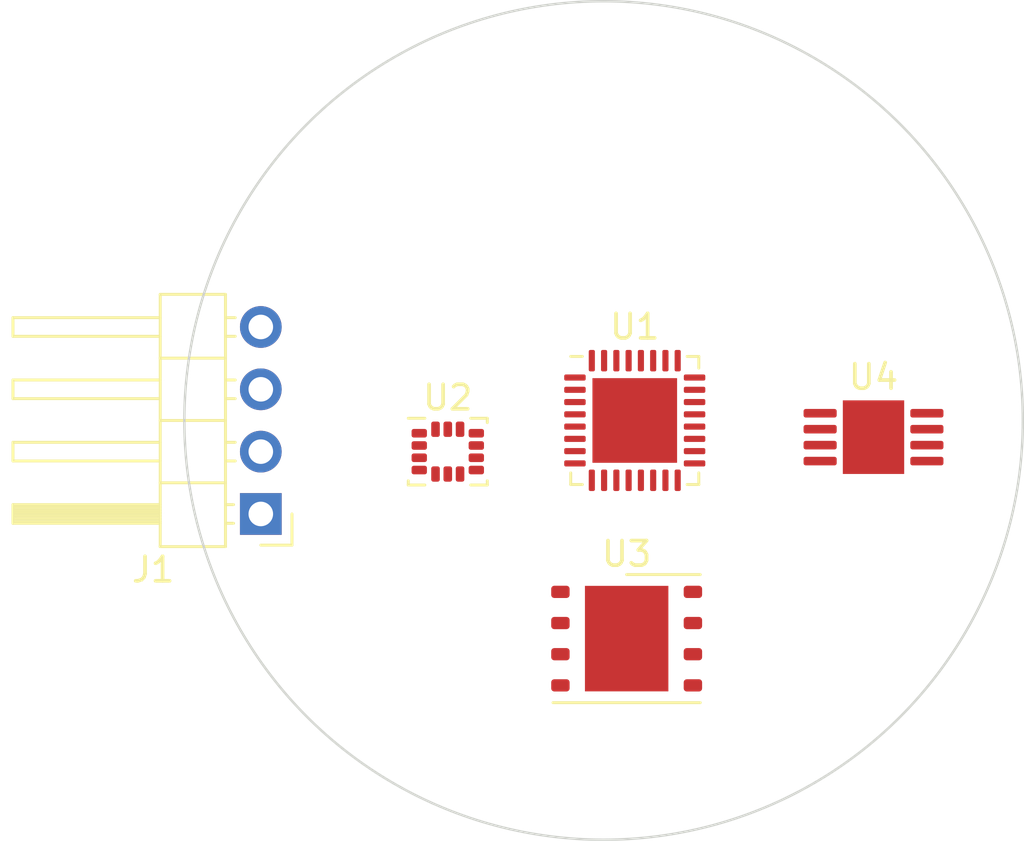
<source format=kicad_pcb>
(kicad_pcb (version 20221018) (generator pcbnew)
  (layers (0 "F.Cu" signal) (31 "B.Cu" signal) (34 "B.Paste" user) (35 "F.Paste" user) (36 "B.SilkS" user "B.Silkscreen") (37 "F.SilkS" user "F.Silkscreen") (38 "B.Mask" user) (39 "F.Mask" user) (44 "Edge.Cuts" user))
  (net 0 "")
  (net 9 "Net-(U2-GND-Pad6)")
  (net 42 "Net-(U1-VSS-Pad16)")
  (footprint "Package_SON:WSON-8-1EP_6x5mm_P1.27mm_EP3.4x4.3mm" (layer "F.Cu") (at 158.4198 102.87)
    (fp_text reference "U3" (at 0 -3.45) (layer "F.SilkS"))
    (fp_text value "W25Q128JVPIQ")
    (fp_line (start -3 2.61) (end 3 2.61) (stroke (width 0.12)) (layer "F.SilkS"))
    (fp_line (start 0 -2.61) (end 3 -2.61) (stroke (width 0.12)) (layer "F.SilkS"))
    (pad "1" smd roundrect (at -2.7 -1.905) (size 0.75 0.5) (layers "F.Cu" "F.Paste" "F.Mask"))
    (pad "2" smd roundrect (at -2.7 -0.635) (size 0.75 0.5) (layers "F.Cu" "F.Paste" "F.Mask"))
    (pad "3" smd roundrect (at -2.7 0.635) (size 0.75 0.5) (layers "F.Cu" "F.Paste" "F.Mask"))
    (pad "4" smd roundrect (at -2.7 1.905) (size 0.75 0.5) (layers "F.Cu" "F.Paste" "F.Mask"))
    (pad "5" smd roundrect (at 2.7 1.905) (size 0.75 0.5) (layers "F.Cu" "F.Paste" "F.Mask"))
    (pad "6" smd roundrect (at 2.7 0.635) (size 0.75 0.5) (layers "F.Cu" "F.Paste" "F.Mask"))
    (pad "7" smd roundrect (at 2.7 -0.635) (size 0.75 0.5) (layers "F.Cu" "F.Paste" "F.Mask"))
    (pad "8" smd roundrect (at 2.7 -1.905) (size 0.75 0.5) (layers "F.Cu" "F.Paste" "F.Mask"))
    (pad "9" smd rect (at 0 0) (size 3.4 4.3) (layers "F.Cu" "F.Mask"))
  )
  (footprint "Package_SO:MSOP-8-1EP_3x3mm_P0.65mm_EP2.5x3mm_Mask1.73x2.36mm" (layer "F.Cu") (at 168.48 94.66)
    (fp_text reference "U4" (at 0 -2.45) (layer "F.SilkS"))
    (fp_text value "TP4056")
    (pad "1" smd roundrect (at -2.175 -0.975) (size 1.35 0.35) (layers "F.Cu" "F.Paste" "F.Mask"))
    (pad "2" smd roundrect (at -2.175 -0.325) (size 1.35 0.35) (layers "F.Cu" "F.Paste" "F.Mask"))
    (pad "3" smd roundrect (at -2.175 0.325) (size 1.35 0.35) (layers "F.Cu" "F.Paste" "F.Mask"))
    (pad "4" smd roundrect (at -2.175 0.975) (size 1.35 0.35) (layers "F.Cu" "F.Paste" "F.Mask"))
    (pad "5" smd roundrect (at 2.175 0.975) (size 1.35 0.35) (layers "F.Cu" "F.Paste" "F.Mask"))
    (pad "6" smd roundrect (at 2.175 0.325) (size 1.35 0.35) (layers "F.Cu" "F.Paste" "F.Mask"))
    (pad "7" smd roundrect (at 2.175 -0.325) (size 1.35 0.35) (layers "F.Cu" "F.Paste" "F.Mask"))
    (pad "8" smd roundrect (at 2.175 -0.975) (size 1.35 0.35) (layers "F.Cu" "F.Paste" "F.Mask"))
    (pad "9" smd rect (at 0 0) (size 2.5 3) (layers "F.Cu"))
  )
  (footprint "Package_LGA:LGA-14_3x2.5mm_P0.5mm_LayoutBorder3x4y" (layer "F.Cu") (at 151.13 95.25)
    (fp_text reference "U2" (at 0 -2.2) (layer "F.SilkS"))
    (fp_text value "LSM6DS3")
    (fp_line (start -1.61 1.36) (end -1.61 1.185) (stroke (width 0.12)) (layer "F.SilkS"))
    (fp_line (start -0.935 -1.36) (end -1.61 -1.36) (stroke (width 0.12)) (layer "F.SilkS"))
    (fp_line (start -0.935 1.36) (end -1.61 1.36) (stroke (width 0.12)) (layer "F.SilkS"))
    (fp_line (start 0.935 -1.36) (end 1.61 -1.36) (stroke (width 0.12)) (layer "F.SilkS"))
    (fp_line (start 0.935 1.36) (end 1.61 1.36) (stroke (width 0.12)) (layer "F.SilkS"))
    (fp_line (start 1.61 -1.36) (end 1.61 -1.185) (stroke (width 0.12)) (layer "F.SilkS"))
    (fp_line (start 1.61 1.36) (end 1.61 1.185) (stroke (width 0.12)) (layer "F.SilkS"))
    (pad "1" smd roundrect (at -1.1625 -0.75) (size 0.625 0.35) (layers "F.Cu" "F.Paste" "F.Mask"))
    (pad "2" smd roundrect (at -1.1625 -0.25) (size 0.625 0.35) (layers "F.Cu" "F.Paste" "F.Mask"))
    (pad "3" smd roundrect (at -1.1625 0.25) (size 0.625 0.35) (layers "F.Cu" "F.Paste" "F.Mask"))
    (pad "4" smd roundrect (at -1.1625 0.75) (size 0.625 0.35) (layers "F.Cu" "F.Paste" "F.Mask"))
    (pad "5" smd roundrect (at -0.5 0.9125) (size 0.35 0.625) (layers "F.Cu" "F.Paste" "F.Mask"))
    (pad "6" smd roundrect (at 0 0.9125) (size 0.35 0.625) (layers "F.Cu" "F.Paste" "F.Mask") (net 9 "Net-(U2-GND-Pad6)"))
    (pad "7" smd roundrect (at 0.5 0.9125) (size 0.35 0.625) (layers "F.Cu" "F.Paste" "F.Mask") (net 9 "Net-(U2-GND-Pad6)"))
    (pad "8" smd roundrect (at 1.1625 0.75) (size 0.625 0.35) (layers "F.Cu" "F.Paste" "F.Mask"))
    (pad "9" smd roundrect (at 1.1625 0.25) (size 0.625 0.35) (layers "F.Cu" "F.Paste" "F.Mask"))
    (pad "10" smd roundrect (at 1.1625 -0.25) (size 0.625 0.35) (layers "F.Cu" "F.Paste" "F.Mask"))
    (pad "11" smd roundrect (at 1.1625 -0.75) (size 0.625 0.35) (layers "F.Cu" "F.Paste" "F.Mask"))
    (pad "12" smd roundrect (at 0.5 -0.9125) (size 0.35 0.625) (layers "F.Cu" "F.Paste" "F.Mask"))
    (pad "13" smd roundrect (at 0 -0.9125) (size 0.35 0.625) (layers "F.Cu" "F.Paste" "F.Mask"))
    (pad "14" smd roundrect (at -0.5 -0.9125) (size 0.35 0.625) (layers "F.Cu" "F.Paste" "F.Mask"))
  )
  (footprint "Connector_PinHeader_2.54mm:PinHeader_1x04_P2.54mm_Horizontal" (layer "F.Cu") (at 143.51 97.79 180)
    (fp_text reference "J1" (at 4.385 -2.27 180) (layer "F.SilkS"))
    (fp_text value "Conn_01x04_Pin")
    (fp_line (start -1.27 -1.27) (end 0 -1.27) (stroke (width 0.12)) (layer "F.SilkS"))
    (fp_line (start -1.27 0) (end -1.27 -1.27) (stroke (width 0.12)) (layer "F.SilkS"))
    (fp_line (start 1.042929 2.16) (end 1.44 2.16) (stroke (width 0.12)) (layer "F.SilkS"))
    (fp_line (start 1.042929 2.92) (end 1.44 2.92) (stroke (width 0.12)) (layer "F.SilkS"))
    (fp_line (start 1.042929 4.7) (end 1.44 4.7) (stroke (width 0.12)) (layer "F.SilkS"))
    (fp_line (start 1.042929 5.46) (end 1.44 5.46) (stroke (width 0.12)) (layer "F.SilkS"))
    (fp_line (start 1.042929 7.24) (end 1.44 7.24) (stroke (width 0.12)) (layer "F.SilkS"))
    (fp_line (start 1.042929 8) (end 1.44 8) (stroke (width 0.12)) (layer "F.SilkS"))
    (fp_line (start 1.11 -0.38) (end 1.44 -0.38) (stroke (width 0.12)) (layer "F.SilkS"))
    (fp_line (start 1.11 0.38) (end 1.44 0.38) (stroke (width 0.12)) (layer "F.SilkS"))
    (fp_line (start 1.44 -1.33) (end 1.44 8.95) (stroke (width 0.12)) (layer "F.SilkS"))
    (fp_line (start 1.44 1.27) (end 4.1 1.27) (stroke (width 0.12)) (layer "F.SilkS"))
    (fp_line (start 1.44 3.81) (end 4.1 3.81) (stroke (width 0.12)) (layer "F.SilkS"))
    (fp_line (start 1.44 6.35) (end 4.1 6.35) (stroke (width 0.12)) (layer "F.SilkS"))
    (fp_line (start 1.44 8.95) (end 4.1 8.95) (stroke (width 0.12)) (layer "F.SilkS"))
    (fp_line (start 4.1 -1.33) (end 1.44 -1.33) (stroke (width 0.12)) (layer "F.SilkS"))
    (fp_line (start 4.1 -0.38) (end 10.1 -0.38) (stroke (width 0.12)) (layer "F.SilkS"))
    (fp_line (start 4.1 -0.32) (end 10.1 -0.32) (stroke (width 0.12)) (layer "F.SilkS"))
    (fp_line (start 4.1 -0.2) (end 10.1 -0.2) (stroke (width 0.12)) (layer "F.SilkS"))
    (fp_line (start 4.1 -0.08) (end 10.1 -0.08) (stroke (width 0.12)) (layer "F.SilkS"))
    (fp_line (start 4.1 0.04) (end 10.1 0.04) (stroke (width 0.12)) (layer "F.SilkS"))
    (fp_line (start 4.1 0.16) (end 10.1 0.16) (stroke (width 0.12)) (layer "F.SilkS"))
    (fp_line (start 4.1 0.28) (end 10.1 0.28) (stroke (width 0.12)) (layer "F.SilkS"))
    (fp_line (start 4.1 2.16) (end 10.1 2.16) (stroke (width 0.12)) (layer "F.SilkS"))
    (fp_line (start 4.1 4.7) (end 10.1 4.7) (stroke (width 0.12)) (layer "F.SilkS"))
    (fp_line (start 4.1 7.24) (end 10.1 7.24) (stroke (width 0.12)) (layer "F.SilkS"))
    (fp_line (start 4.1 8.95) (end 4.1 -1.33) (stroke (width 0.12)) (layer "F.SilkS"))
    (fp_line (start 10.1 -0.38) (end 10.1 0.38) (stroke (width 0.12)) (layer "F.SilkS"))
    (fp_line (start 10.1 0.38) (end 4.1 0.38) (stroke (width 0.12)) (layer "F.SilkS"))
    (fp_line (start 10.1 2.16) (end 10.1 2.92) (stroke (width 0.12)) (layer "F.SilkS"))
    (fp_line (start 10.1 2.92) (end 4.1 2.92) (stroke (width 0.12)) (layer "F.SilkS"))
    (fp_line (start 10.1 4.7) (end 10.1 5.46) (stroke (width 0.12)) (layer "F.SilkS"))
    (fp_line (start 10.1 5.46) (end 4.1 5.46) (stroke (width 0.12)) (layer "F.SilkS"))
    (fp_line (start 10.1 7.24) (end 10.1 8) (stroke (width 0.12)) (layer "F.SilkS"))
    (fp_line (start 10.1 8) (end 4.1 8) (stroke (width 0.12)) (layer "F.SilkS"))
    (pad "1" thru_hole rect (at 0 0 180) (size 1.7 1.7) (drill 1) (layers "*.Cu" "*.Mask"))
    (pad "2" thru_hole oval (at 0 2.54 180) (size 1.7 1.7) (drill 1) (layers "*.Cu" "*.Mask"))
    (pad "3" thru_hole oval (at 0 5.08 180) (size 1.7 1.7) (drill 1) (layers "*.Cu" "*.Mask"))
    (pad "4" thru_hole oval (at 0 7.62 180) (size 1.7 1.7) (drill 1) (layers "*.Cu" "*.Mask"))
  )
  (footprint "Package_DFN_QFN:QFN-32-1EP_5x5mm_P0.5mm_EP3.45x3.45mm" (layer "F.Cu") (at 158.75 93.98)
    (fp_text reference "U1" (at 0 -3.82) (layer "F.SilkS"))
    (fp_text value "STM32L432KBUx")
    (fp_line (start -2.61 2.61) (end -2.61 2.135) (stroke (width 0.12)) (layer "F.SilkS"))
    (fp_line (start -2.135 -2.61) (end -2.61 -2.61) (stroke (width 0.12)) (layer "F.SilkS"))
    (fp_line (start -2.135 2.61) (end -2.61 2.61) (stroke (width 0.12)) (layer "F.SilkS"))
    (fp_line (start 2.135 -2.61) (end 2.61 -2.61) (stroke (width 0.12)) (layer "F.SilkS"))
    (fp_line (start 2.135 2.61) (end 2.61 2.61) (stroke (width 0.12)) (layer "F.SilkS"))
    (fp_line (start 2.61 -2.61) (end 2.61 -2.135) (stroke (width 0.12)) (layer "F.SilkS"))
    (fp_line (start 2.61 2.61) (end 2.61 2.135) (stroke (width 0.12)) (layer "F.SilkS"))
    (pad "1" smd roundrect (at -2.4375 -1.75) (size 0.875 0.25) (layers "F.Cu" "F.Paste" "F.Mask"))
    (pad "2" smd roundrect (at -2.4375 -1.25) (size 0.875 0.25) (layers "F.Cu" "F.Paste" "F.Mask"))
    (pad "3" smd roundrect (at -2.4375 -0.75) (size 0.875 0.25) (layers "F.Cu" "F.Paste" "F.Mask"))
    (pad "4" smd roundrect (at -2.4375 -0.25) (size 0.875 0.25) (layers "F.Cu" "F.Paste" "F.Mask"))
    (pad "5" smd roundrect (at -2.4375 0.25) (size 0.875 0.25) (layers "F.Cu" "F.Paste" "F.Mask"))
    (pad "6" smd roundrect (at -2.4375 0.75) (size 0.875 0.25) (layers "F.Cu" "F.Paste" "F.Mask"))
    (pad "7" smd roundrect (at -2.4375 1.25) (size 0.875 0.25) (layers "F.Cu" "F.Paste" "F.Mask"))
    (pad "8" smd roundrect (at -2.4375 1.75) (size 0.875 0.25) (layers "F.Cu" "F.Paste" "F.Mask"))
    (pad "9" smd roundrect (at -1.75 2.4375) (size 0.25 0.875) (layers "F.Cu" "F.Paste" "F.Mask"))
    (pad "10" smd roundrect (at -1.25 2.4375) (size 0.25 0.875) (layers "F.Cu" "F.Paste" "F.Mask"))
    (pad "11" smd roundrect (at -0.75 2.4375) (size 0.25 0.875) (layers "F.Cu" "F.Paste" "F.Mask"))
    (pad "12" smd roundrect (at -0.25 2.4375) (size 0.25 0.875) (layers "F.Cu" "F.Paste" "F.Mask"))
    (pad "13" smd roundrect (at 0.25 2.4375) (size 0.25 0.875) (layers "F.Cu" "F.Paste" "F.Mask"))
    (pad "14" smd roundrect (at 0.75 2.4375) (size 0.25 0.875) (layers "F.Cu" "F.Paste" "F.Mask"))
    (pad "15" smd roundrect (at 1.25 2.4375) (size 0.25 0.875) (layers "F.Cu" "F.Paste" "F.Mask"))
    (pad "16" smd roundrect (at 1.75 2.4375) (size 0.25 0.875) (layers "F.Cu" "F.Paste" "F.Mask") (net 42 "Net-(U1-VSS-Pad16)"))
    (pad "17" smd roundrect (at 2.4375 1.75) (size 0.875 0.25) (layers "F.Cu" "F.Paste" "F.Mask"))
    (pad "18" smd roundrect (at 2.4375 1.25) (size 0.875 0.25) (layers "F.Cu" "F.Paste" "F.Mask"))
    (pad "19" smd roundrect (at 2.4375 0.75) (size 0.875 0.25) (layers "F.Cu" "F.Paste" "F.Mask"))
    (pad "20" smd roundrect (at 2.4375 0.25) (size 0.875 0.25) (layers "F.Cu" "F.Paste" "F.Mask"))
    (pad "21" smd roundrect (at 2.4375 -0.25) (size 0.875 0.25) (layers "F.Cu" "F.Paste" "F.Mask"))
    (pad "22" smd roundrect (at 2.4375 -0.75) (size 0.875 0.25) (layers "F.Cu" "F.Paste" "F.Mask"))
    (pad "23" smd roundrect (at 2.4375 -1.25) (size 0.875 0.25) (layers "F.Cu" "F.Paste" "F.Mask"))
    (pad "24" smd roundrect (at 2.4375 -1.75) (size 0.875 0.25) (layers "F.Cu" "F.Paste" "F.Mask"))
    (pad "25" smd roundrect (at 1.75 -2.4375) (size 0.25 0.875) (layers "F.Cu" "F.Paste" "F.Mask"))
    (pad "26" smd roundrect (at 1.25 -2.4375) (size 0.25 0.875) (layers "F.Cu" "F.Paste" "F.Mask"))
    (pad "27" smd roundrect (at 0.75 -2.4375) (size 0.25 0.875) (layers "F.Cu" "F.Paste" "F.Mask"))
    (pad "28" smd roundrect (at 0.25 -2.4375) (size 0.25 0.875) (layers "F.Cu" "F.Paste" "F.Mask"))
    (pad "29" smd roundrect (at -0.25 -2.4375) (size 0.25 0.875) (layers "F.Cu" "F.Paste" "F.Mask"))
    (pad "30" smd roundrect (at -0.75 -2.4375) (size 0.25 0.875) (layers "F.Cu" "F.Paste" "F.Mask"))
    (pad "31" smd roundrect (at -1.25 -2.4375) (size 0.25 0.875) (layers "F.Cu" "F.Paste" "F.Mask"))
    (pad "32" smd roundrect (at -1.75 -2.4375) (size 0.25 0.875) (layers "F.Cu" "F.Paste" "F.Mask") (net 42 "Net-(U1-VSS-Pad16)"))
    (pad "33" smd rect (at 0 0) (size 3.45 3.45) (layers "F.Cu" "F.Mask") (net 42 "Net-(U1-VSS-Pad16)"))
  )
  (gr_circle (center 157.48 93.98) (end 144.78 82.55) (stroke (width 0.1)) (fill none) (layer "Edge.Cuts"))
)
</source>
